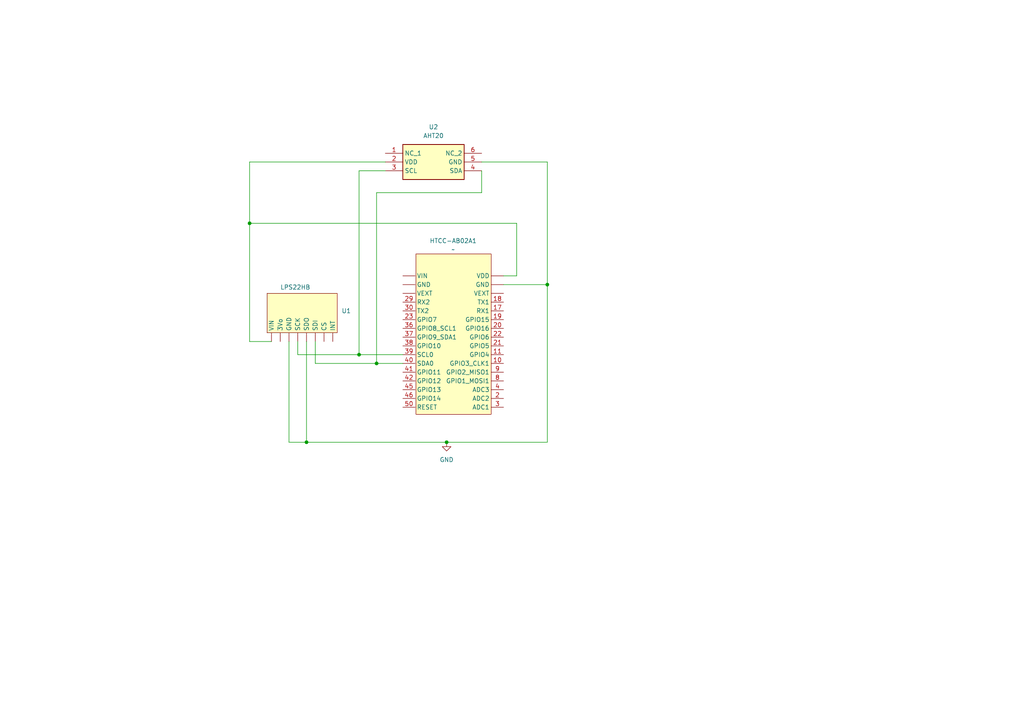
<source format=kicad_sch>
(kicad_sch (version 20231120) (generator "eeschema") (generator_version "8.0")
  (paper "A4")
  (title_block (title "Outdoor satellite \"Ganymede\""))
  (lib_symbols
    (symbol "AHT20-breakout:AHT20"
      (property "Reference" "IC" (at 24.13 7.62 0))
      (property "Value" "AHT20" (at 24.13 5.08 0))
      (symbol "AHT20_1_1"
        (rectangle (start 5.08 2.54) (end 22.86 -7.62) (stroke (width 0.254)) (fill (type background)))
        (pin passive line (at 0 0 0) (length 5.08) (name "NC_1") (number "1"))
        (pin passive line (at 0 -2.54 0) (length 5.08) (name "VDD") (number "2"))
        (pin passive line (at 0 -5.08 0) (length 5.08) (name "SCL") (number "3"))
        (pin passive line (at 27.94 -5.08 180) (length 5.08) (name "SDA") (number "4"))
        (pin passive line (at 27.94 -2.54 180) (length 5.08) (name "GND") (number "5"))
        (pin passive line (at 27.94 0 180) (length 5.08) (name "NC_2") (number "6"))
      )
    )
    (symbol "meteostation_lib:HTCC-AB02"
      (property "Reference" "HTCC-AB02A" (at 0 0 0))
      (symbol "HTCC-AB02_1_1"
        (rectangle (start -8.89 -2.54) (end 12.91 -49.04) (fill (type background)))
        (pin unspecified line (at -12.7 -11.43 0) (length 3.54) (name "GND") (number ""))
        (pin unspecified line (at 16.51 -11.43 180) (length 3.54) (name "GND") (number ""))
        (pin unspecified line (at 16.51 -8.89 180) (length 3.54) (name "VDD") (number ""))
        (pin unspecified line (at -12.7 -13.97 0) (length 3.54) (name "VEXT") (number ""))
        (pin unspecified line (at 16.51 -13.97 180) (length 3.54) (name "VEXT") (number ""))
        (pin power_in line (at -12.7 -8.89 0) (length 3.54) (name "VIN") (number ""))
        (pin unspecified line (at 16.51 -34.29 180) (length 3.54) (name "GPIO3_CLK1") (number "10"))
        (pin unspecified line (at 16.51 -31.75 180) (length 3.54) (name "GPIO4") (number "11"))
        (pin unspecified line (at 16.51 -19.05 180) (length 3.54) (name "RX1") (number "17"))
        (pin unspecified line (at 16.51 -16.51 180) (length 3.54) (name "TX1") (number "18"))
        (pin unspecified line (at 16.51 -21.59 180) (length 3.54) (name "GPIO15") (number "19"))
        (pin unspecified line (at 16.51 -44.45 180) (length 3.54) (name "ADC2") (number "2"))
        (pin unspecified line (at 16.51 -24.13 180) (length 3.54) (name "GPIO16") (number "20"))
        (pin unspecified line (at 16.51 -29.21 180) (length 3.54) (name "GPIO5") (number "21"))
        (pin unspecified line (at 16.51 -26.67 180) (length 3.54) (name "GPIO6") (number "22"))
        (pin bidirectional line (at -12.7 -21.59 0) (length 3.54) (name "GPIO7") (number "23"))
        (pin bidirectional line (at -12.7 -16.51 0) (length 3.54) (name "RX2") (number "29"))
        (pin unspecified line (at 16.51 -46.99 180) (length 3.54) (name "ADC1") (number "3"))
        (pin unspecified line (at -12.7 -19.05 0) (length 3.54) (name "TX2") (number "30"))
        (pin unspecified line (at -12.7 -24.13 0) (length 3.54) (name "GPIO8_SCL1") (number "36"))
        (pin unspecified line (at -12.7 -26.67 0) (length 3.54) (name "GPIO9_SDA1") (number "37"))
        (pin unspecified line (at -12.7 -29.21 0) (length 3.54) (name "GPIO10") (number "38"))
        (pin unspecified line (at -12.7 -31.75 0) (length 3.54) (name "SCL0") (number "39"))
        (pin unspecified line (at 16.51 -41.91 180) (length 3.54) (name "ADC3") (number "4"))
        (pin unspecified line (at -12.7 -34.29 0) (length 3.54) (name "SDA0") (number "40"))
        (pin unspecified line (at -12.7 -36.83 0) (length 3.54) (name "GPIO11") (number "41"))
        (pin unspecified line (at -12.7 -39.37 0) (length 3.54) (name "GPIO12") (number "42"))
        (pin unspecified line (at -12.7 -41.91 0) (length 3.54) (name "GPIO13") (number "45"))
        (pin unspecified line (at -12.7 -44.45 0) (length 3.54) (name "GPIO14") (number "46"))
        (pin unspecified line (at -12.7 -46.99 0) (length 3.54) (name "RESET") (number "50"))
        (pin unspecified line (at 16.51 -39.37 180) (length 3.54) (name "GPIO1_MOSI1") (number "8"))
        (pin unspecified line (at 16.51 -36.83 180) (length 3.54) (name "GPIO2_MISO1") (number "9"))
      )
    )
    (symbol "meteostation_lib:LPS22" (pin_numbers hide)
      (property "Reference" "LPS" (at 0 0 0))
      (symbol "LPS22_1_1"
        (rectangle (start -5.08 -1.27) (end 15.24 -12.7) (fill (type background)))
        (pin power_out line (at -1.27 -15.24 90) (length 2.54) (name "3Vo") (number ""))
        (pin passive line (at 11.43 -15.24 90) (length 2.54) (name "CS") (number ""))
        (pin passive line (at 1.27 -15.24 90) (length 2.54) (name "GND") (number ""))
        (pin passive line (at 13.97 -15.24 90) (length 2.54) (name "INT") (number ""))
        (pin passive line (at 3.81 -15.24 90) (length 2.54) (name "SCK") (number ""))
        (pin passive line (at 8.89 -15.24 90) (length 2.54) (name "SDI") (number ""))
        (pin passive line (at 6.35 -15.24 90) (length 2.54) (name "SDO") (number ""))
        (pin power_in line (at -3.81 -15.24 90) (length 2.54) (name "VIN") (number ""))
      )
    )
    (symbol "power:GND" (power) (pin_numbers hide) (pin_names (offset 0) hide)
      (property "Value" "GND" (at 0 -3.81 0))
      (symbol "GND_0_1"
        (polyline (pts (xy 0 0) (xy 0 -1.27) (xy 1.27 -1.27) (xy 0 -2.54) (xy -1.27 -1.27) (xy 0 -1.27)))
      )
      (symbol "GND_1_1"
        (pin power_in line (at 0 0 270) (length 0) (name "~") (number "1"))
      )
    )
  )
  (junction (at 129.54 128.27))
  (junction (at 104.14 102.87))
  (junction (at 88.9 128.27))
  (junction (at 72.39 64.77))
  (junction (at 158.75 82.55))
  (junction (at 109.22 105.41))
  (wire (pts (xy 86.36 102.87) (xy 104.14 102.87)))
  (wire (pts (xy 104.14 49.53) (xy 104.14 102.87)))
  (wire (pts (xy 86.36 99.06) (xy 86.36 102.87)))
  (wire (pts (xy 109.22 105.41) (xy 116.84 105.41)))
  (wire (pts (xy 139.7 49.53) (xy 139.7 55.88)))
  (wire (pts (xy 146.05 82.55) (xy 158.75 82.55)))
  (wire (pts (xy 88.9 128.27) (xy 129.54 128.27)))
  (wire (pts (xy 72.39 46.99) (xy 72.39 64.77)))
  (wire (pts (xy 88.9 99.06) (xy 88.9 128.27)))
  (wire (pts (xy 139.7 55.88) (xy 109.22 55.88)))
  (wire (pts (xy 78.74 99.06) (xy 72.39 99.06)))
  (wire (pts (xy 91.44 105.41) (xy 109.22 105.41)))
  (wire (pts (xy 72.39 64.77) (xy 149.86 64.77)))
  (wire (pts (xy 91.44 99.06) (xy 91.44 105.41)))
  (wire (pts (xy 146.05 80.01) (xy 149.86 80.01)))
  (wire (pts (xy 111.76 49.53) (xy 104.14 49.53)))
  (wire (pts (xy 129.54 128.27) (xy 158.75 128.27)))
  (wire (pts (xy 139.7 46.99) (xy 158.75 46.99)))
  (wire (pts (xy 149.86 64.77) (xy 149.86 80.01)))
  (wire (pts (xy 109.22 55.88) (xy 109.22 105.41)))
  (wire (pts (xy 158.75 82.55) (xy 158.75 128.27)))
  (wire (pts (xy 72.39 99.06) (xy 72.39 64.77)))
  (wire (pts (xy 158.75 46.99) (xy 158.75 82.55)))
  (wire (pts (xy 83.82 99.06) (xy 83.82 128.27)))
  (wire (pts (xy 104.14 102.87) (xy 116.84 102.87)))
  (wire (pts (xy 111.76 46.99) (xy 72.39 46.99)))
  (wire (pts (xy 83.82 128.27) (xy 88.9 128.27)))
  (symbol (lib_id "meteostation_lib:HTCC-AB02") (at 129.54 71.12 0) (unit 1)
    (property "Reference" "HTCC-AB02A1" (at 131.445 69.85 0))
    (property "Value" "~" (at 131.445 72.39 0))
  )
  (symbol (lib_id "meteostation_lib:LPS22") (at 82.55 83.82 0) (unit 1)
    (property "Reference" "U1" (at 99.06 90.1699 0) (effects (justify left)))
    (property "Value" "LPS22HB" (at 81.28 83.312 0) (effects (justify left)))
  )
  (symbol (lib_id "AHT20-breakout:AHT20") (at 111.76 44.45 0) (unit 1)
    (property "Reference" "U2" (at 125.73 36.83 0))
    (property "Value" "AHT20" (at 125.73 39.37 0))
    (property "Footprint" "AHT20" (effects (hide yes)))
    (property "Datasheet" "https://cdn-learn.adafruit.com/assets/assets/000/091/676/original/AHT20-datasheet-2020-4-16.pdf?1591047915" (effects (hide yes)))
    (property "Description" "Adafruit AHT20 - Temperature & Humidity Sensor Breakout Board - STEMMA QT / Qwiic" (effects (hide yes)))
    (property "Height" "1.1" (effects (hide yes)))
    (property "Manufacturer_Name" "Adafruit" (effects (hide yes)))
    (property "Manufacturer_Part_Number" "AHT20" (effects (hide yes)))
  )
  (symbol (lib_id "power:GND") (at 129.54 128.27 0) (unit 1)
    (property "Reference" "#PWR01" (effects (hide yes)))
    (property "Value" "GND" (at 129.54 133.35 0))
    (property "Description" "Power symbol creates a global label with name \"GND\" , ground" (effects (hide yes)))
  )
)
</source>
